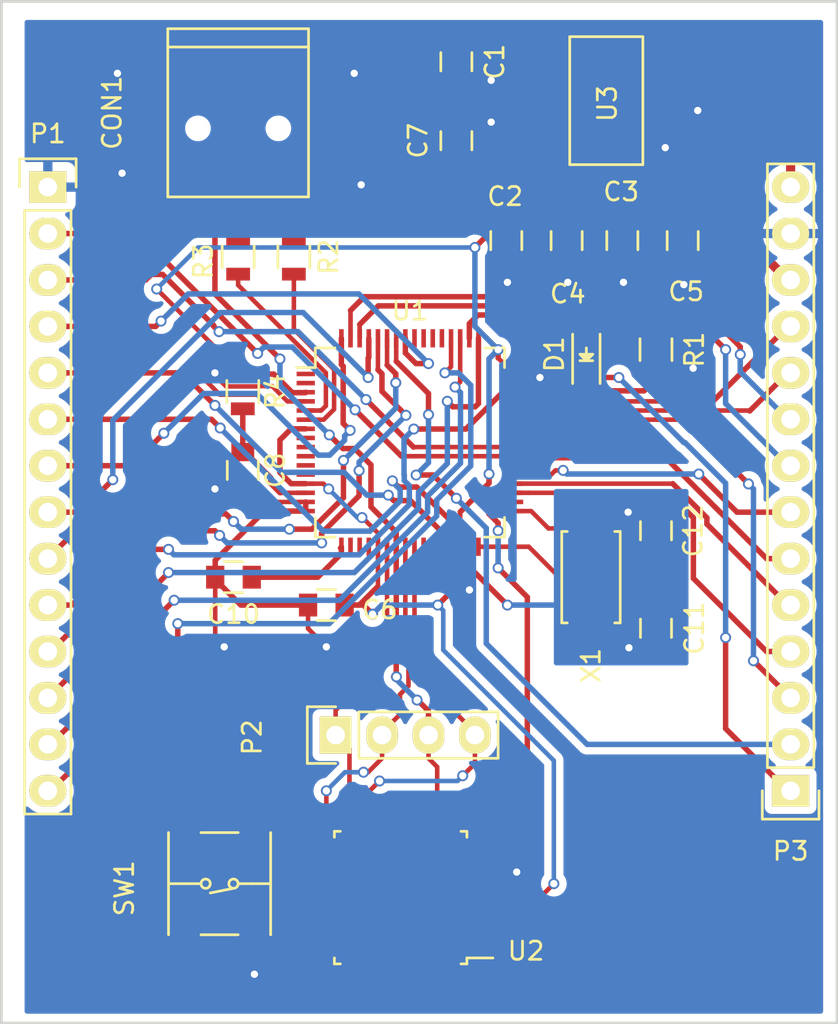
<source format=kicad_pcb>
(kicad_pcb (version 20221018) (generator pcbnew)
  (layers (0 "F.Cu" signal) (31 "B.Cu" signal) (34 "B.Paste" user) (35 "F.Paste" user) (36 "B.SilkS" user "B.Silkscreen") (37 "F.SilkS" user "F.Silkscreen") (38 "B.Mask" user) (39 "F.Mask" user) (44 "Edge.Cuts" user))
  (net 0 "")
  (net 1 "VUSB")
  (net 2 "GND")
  (net 3 "+3.3V")
  (net 4 "VREFH")
  (net 5 "Net-(C10-Pad1)")
  (net 6 "Net-(C11-Pad1)")
  (net 7 "Net-(C12-Pad1)")
  (net 8 "Net-(CON1-Pad2)")
  (net 9 "Net-(CON1-Pad3)")
  (net 10 "/JTAG_TDI")
  (net 11 "Net-(D1-Pad2)")
  (net 12 "/D13")
  (net 13 "/D0")
  (net 14 "/D1")
  (net 15 "/D2")
  (net 16 "/D3")
  (net 17 "/D4")
  (net 18 "/D5")
  (net 19 "/D6")
  (net 20 "/D7")
  (net 21 "/D8")
  (net 22 "/D9")
  (net 23 "/D10")
  (net 24 "/D11")
  (net 25 "/D12")
  (net 26 "/Prog")
  (net 27 "/D14")
  (net 28 "/D15")
  (net 29 "/D16")
  (net 30 "/D17")
  (net 31 "/D18")
  (net 32 "/D19")
  (net 33 "/D20")
  (net 34 "/D21")
  (net 35 "/D22")
  (net 36 "/D23")
  (net 37 "Net-(R2-Pad2)")
  (net 38 "Net-(R3-Pad2)")
  (net 39 "Net-(U1-Pad1)")
  (net 40 "Net-(U1-Pad2)")
  (net 41 "Net-(U1-Pad8)")
  (net 42 "Net-(U1-Pad9)")
  (net 43 "Net-(U1-Pad10)")
  (net 44 "Net-(U1-Pad11)")
  (net 45 "Net-(U1-Pad12)")
  (net 46 "Net-(U1-Pad19)")
  (net 47 "Net-(U1-Pad20)")
  (net 48 "/JTAG_TCLK")
  (net 49 "/JTAG_TDO")
  (net 50 "/JTAG_TMS")
  (net 51 "Net-(U1-Pad26)")
  (net 52 "Net-(U1-Pad27)")
  (net 53 "/Reset")
  (net 54 "Net-(U1-Pad41)")
  (net 55 "Net-(U1-Pad42)")
  (net 56 "Net-(U1-Pad53)")
  (net 57 "Net-(U1-Pad54)")
  (net 58 "Net-(U1-Pad55)")
  (net 59 "Net-(U1-Pad56)")
  (net 60 "Net-(U2-Pad1)")
  (net 61 "Net-(U2-Pad2)")
  (net 62 "Net-(U2-Pad4)")
  (net 63 "Net-(U2-Pad5)")
  (net 64 "Net-(U2-Pad7)")
  (net 65 "Net-(U2-Pad9)")
  (net 66 "Net-(U2-Pad11)")
  (net 67 "Net-(U2-Pad12)")
  (net 68 "Net-(U2-Pad13)")
  (net 69 "Net-(U2-Pad14)")
  (net 70 "Net-(U2-Pad19)")
  (net 71 "Net-(U2-Pad20)")
  (net 72 "Net-(U2-Pad21)")
  (net 73 "Net-(U2-Pad22)")
  (net 74 "Net-(U2-Pad23)")
  (net 75 "Net-(U2-Pad24)")
  (net 76 "Net-(U2-Pad26)")
  (net 77 "Net-(U2-Pad27)")
  (net 78 "Net-(U2-Pad28)")
  (net 79 "Net-(U2-Pad29)")
  (net 80 "Net-(U2-Pad30)")
  (net 81 "Net-(U2-Pad31)")
  (net 82 "Net-(U2-Pad32)")
  (net 83 "Net-(U3-Pad2)")
  (net 84 "Net-(U1-Pad18)")
  (footprint "Capacitors_SMD:C_0805" (layer "F.Cu") (at 136.652 99.822 -90)
    (fp_text reference "C1")
    (fp_text value "2.2uF")
  )
  (footprint "Capacitors_SMD:C_0805" (layer "F.Cu") (at 139.383307 109.606097 -90)
    (fp_text reference "C2")
    (fp_text value "2.2uF")
  )
  (footprint "Capacitors_SMD:C_0805" (layer "F.Cu") (at 145.733307 109.606097 -90)
    (fp_text reference "C3")
    (fp_text value "0.1uF")
  )
  (footprint "Capacitors_SMD:C_0805" (layer "F.Cu") (at 142.685307 109.606097 -90)
    (fp_text reference "C4")
    (fp_text value "0.1uF")
  )
  (footprint "Capacitors_SMD:C_0805" (layer "F.Cu") (at 149.035307 109.606097 -90)
    (fp_text reference "C5")
    (fp_text value "0.1uF")
  )
  (footprint "Capacitors_SMD:C_0805" (layer "F.Cu") (at 129.54 129.54 180)
    (fp_text reference "C6")
    (fp_text value "2.2uF")
  )
  (footprint "Capacitors_SMD:C_0805" (layer "F.Cu") (at 136.652 104.14 90)
    (fp_text reference "C7")
    (fp_text value "2.2uF")
  )
  (footprint "Capacitors_SMD:C_0805" (layer "F.Cu") (at 124.968 122.174 -90)
    (fp_text reference "C8")
    (fp_text value "0.1uF")
  )
  (footprint "Capacitors_SMD:C_0805" (layer "F.Cu") (at 124.46 128.016 180)
    (fp_text reference "C10")
    (fp_text value "0.1uF")
  )
  (footprint "Capacitors_SMD:C_0805" (layer "F.Cu") (at 147.574 130.81 -90)
    (fp_text reference "C11")
    (fp_text value "20pF")
  )
  (footprint "Capacitors_SMD:C_0805" (layer "F.Cu") (at 147.574 125.476 90)
    (fp_text reference "C12")
    (fp_text value "20pF")
  )
  (footprint "Connect:USB_Mini-B" (layer "F.Cu") (at 124.714 102.616 -90)
    (fp_text reference "CON1")
    (fp_text value "USB-MINI-B")
  )
  (footprint "LEDs:LED_0805" (layer "F.Cu") (at 143.764 115.824 90)
    (fp_text reference "D1")
    (fp_text value "LED")
  )
  (footprint "Pin_Headers:Pin_Header_Straight_1x14" (layer "F.Cu") (at 114.3 106.68)
    (fp_text reference "P1")
    (fp_text value "CONN_14")
  )
  (footprint "Pin_Headers:Pin_Header_Straight_1x04" (layer "F.Cu") (at 130.048 136.652 90)
    (fp_text reference "P2")
    (fp_text value "CONN_4")
  )
  (footprint "Pin_Headers:Pin_Header_Straight_1x14" (layer "F.Cu") (at 154.94 139.7 180)
    (fp_text reference "P3")
    (fp_text value "CONN_14")
  )
  (footprint "Resistors_SMD:R_0805" (layer "F.Cu") (at 147.574 115.57 -90)
    (fp_text reference "R1")
    (fp_text value "470")
  )
  (footprint "Resistors_SMD:R_0805" (layer "F.Cu") (at 127.762 110.49 -90)
    (fp_text reference "R2")
    (fp_text value "33")
  )
  (footprint "Resistors_SMD:R_0805" (layer "F.Cu") (at 124.714 110.49 -90)
    (fp_text reference "R3")
    (fp_text value "33")
  )
  (footprint "Resistors_SMD:R_0805" (layer "F.Cu") (at 124.968 117.856 -90)
    (fp_text reference "R4")
    (fp_text value "470")
  )
  (footprint "USST-footprints:Sparkfun_SMT_push_button" (layer "F.Cu") (at 123.698 144.78 -90)
    (fp_text reference "SW1")
    (fp_text value "SW_PUSH")
  )
  (footprint "Housings_QFP:LQFP-64_10x10mm_Pitch0.5mm" (layer "F.Cu") (at 134.112 120.65)
    (fp_text reference "U1")
    (fp_text value "mk20dx256vlh7")
  )
  (footprint "Housings_QFP:TQFP-32_7x7mm_Pitch0.8mm" (layer "F.Cu") (at 133.604 145.542 180)
    (fp_text reference "U2")
    (fp_text value "MKL04Z32_TQFP32")
  )
  (footprint "USST-footprints:SOT-223_5-pin" (layer "F.Cu") (at 141.605675 101.951077 -90)
    (fp_text reference "U3")
    (fp_text value "LP38693")
  )
  (footprint "USST-footprints:ABM3_SMD_crystal" (layer "F.Cu") (at 144.018 128.016 90)
    (fp_text reference "X1")
    (fp_text value "CRYSTAL")
  )
  (gr_line (start 111.76 96.52) (end 111.76 152.4) (stroke (width 0.15)) (layer "Edge.Cuts"))
  (gr_line (start 157.48 96.52) (end 111.76 96.52) (stroke (width 0.15)) (layer "Edge.Cuts"))
  (gr_line (start 157.48 152.4) (end 157.48 96.52) (stroke (width 0.15)) (layer "Edge.Cuts"))
  (gr_line (start 111.76 152.4) (end 157.48 152.4) (stroke (width 0.15)) (layer "Edge.Cuts"))
  (segment (start 126.3142 106.06532) (end 126.3142 106.555074) (width 0.5) (layer "F.Cu") (net 1))
  (segment (start 135.527 105.14) (end 136.652 105.14) (width 0.5) (layer "F.Cu") (net 1))
  (segment (start 136.652 105.14) (end 140.666752 105.14) (width 0.5) (layer "F.Cu") (net 1))
  (segment (start 154.94 105.3164) (end 154.94 106.68) (width 0.5) (layer "F.Cu") (net 1))
  (segment (start 141.605675 99.701077) (end 149.324677 99.701077) (width 0.5) (layer "F.Cu") (net 1))
  (segment (start 126.3142 105.8418) (end 129.989159 102.166841) (width 0.5) (layer "F.Cu") (net 1))
  (segment (start 126.3142 106.06532) (end 126.3142 105.936968) (width 0.3) (layer "F.Cu") (net 1))
  (segment (start 132.649317 108.017683) (end 135.527 105.14) (width 0.5) (layer "F.Cu") (net 1))
  (segment (start 136.652 98.822) (end 140.726598 98.822) (width 0.5) (layer "F.Cu") (net 1))
  (segment (start 140.666752 105.14) (end 141.605675 104.201077) (width 0.5) (layer "F.Cu") (net 1))
  (segment (start 126.3142 106.555074) (end 127.776809 108.017683) (width 0.5) (layer "F.Cu") (net 1))
  (segment (start 126.3142 106.06532) (end 126.3142 106.525511) (width 0.3) (layer "F.Cu") (net 1))
  (segment (start 127.776809 108.017683) (end 132.649317 108.017683) (width 0.5) (layer "F.Cu") (net 1))
  (segment (start 126.3142 106.06532) (end 126.3142 105.8418) (width 0.5) (layer "F.Cu") (net 1))
  (segment (start 140.726598 98.822) (end 141.605675 99.701077) (width 0.5) (layer "F.Cu") (net 1))
  (segment (start 149.324677 99.701077) (end 154.94 105.3164) (width 0.5) (layer "F.Cu") (net 1))
  (segment (start 129.989159 102.166841) (end 133.182159 102.166841) (width 0.5) (layer "F.Cu") (net 1))
  (segment (start 133.182159 102.166841) (end 136.527 98.822) (width 0.5) (layer "F.Cu") (net 1))
  (segment (start 136.527 98.822) (end 136.652 98.822) (width 0.5) (layer "F.Cu") (net 1))
  (segment (start 129.16408 105.96626) (end 130.85826 105.96626) (width 0.25) (layer "F.Cu") (net 2))
  (segment (start 145.733307 111.824307) (end 145.796 111.887) (width 0.25) (layer "F.Cu") (net 2))
  (segment (start 124.968 123.174) (end 123.46 123.174) (width 0.25) (layer "F.Cu") (net 2))
  (segment (start 123.46 131.334) (end 123.952 131.826) (width 0.25) (layer "F.Cu") (net 2))
  (segment (start 129.16408 105.96626) (end 130.66357 105.96626) (width 0.5) (layer "F.Cu") (net 2))
  (segment (start 139.383307 111.824307) (end 139.446 111.887) (width 0.25) (layer "F.Cu") (net 2))
  (segment (start 146.160912 131.81) (end 146.094693 131.876219) (width 0.3) (layer "F.Cu") (net 2))
  (segment (start 123.444 116.967002) (end 123.444 116.84) (width 0.25) (layer "F.Cu") (net 2))
  (segment (start 124.968 123.174) (end 125.893 123.174) (width 0.3) (layer "F.Cu") (net 2))
  (segment (start 140.918 117.4) (end 141.224 117.094) (width 0.25) (layer "F.Cu") (net 2))
  (segment (start 126.619 123.9) (end 128.412 123.9) (width 0.25) (layer "F.Cu") (net 2))
  (segment (start 146.066 124.476) (end 146.05 124.46) (width 0.3) (layer "F.Cu") (net 2))
  (segment (start 128.54 129.54) (end 124.859 129.54) (width 0.3) (layer "F.Cu") (net 2))
  (segment (start 120.26392 100.46716) (end 121.51341 100.46716) (width 0.25) (layer "F.Cu") (net 2))
  (segment (start 142.685307 110.606097) (end 142.685307 111.824307) (width 0.25) (layer "F.Cu") (net 2))
  (segment (start 139.757 144.342) (end 139.954 144.145) (width 0.25) (layer "F.Cu") (net 2))
  (segment (start 128.412 124.4) (end 128.412 123.9) (width 0.3) (layer "F.Cu") (net 2))
  (segment (start 137.854 144.342) (end 139.757 144.342) (width 0.25) (layer "F.Cu") (net 2))
  (segment (start 147.574 116.52) (end 149.54 116.52) (width 0.25) (layer "F.Cu") (net 2))
  (segment (start 125.548 147.88) (end 125.548 149.678) (width 0.25) (layer "F.Cu") (net 2))
  (segment (start 130.66357 105.96626) (end 133.48983 103.14) (width 0.5) (layer "F.Cu") (net 2))
  (segment (start 131.05384 100.46716) (end 131.064 100.457) (width 0.25) (layer "F.Cu") (net 2))
  (segment (start 120.26392 105.96626) (end 118.41226 105.96626) (width 0.25) (layer "F.Cu") (net 2))
  (segment (start 140.44542 117.4) (end 139.812 117.4) (width 0.25) (layer "F.Cu") (net 2))
  (segment (start 135.527 103.14) (end 136.652 103.14) (width 0.5) (layer "F.Cu") (net 2))
  (segment (start 123.1138 106.06532) (end 120.36298 106.06532) (width 0.25) (layer "F.Cu") (net 2))
  (segment (start 125.548 149.678) (end 125.603 149.733) (width 0.25) (layer "F.Cu") (net 2))
  (segment (start 125.893 123.174) (end 126.619 123.9) (width 0.3) (layer "F.Cu") (net 2))
  (segment (start 118.12016 100.46716) (end 118.11 100.457) (width 0.25) (layer "F.Cu") (net 2))
  (segment (start 149.54 116.52) (end 149.606 116.586) (width 0.25) (layer "F.Cu") (net 2))
  (segment (start 137.362 127.456) (end 139.446 129.54) (width 0.3) (layer "F.Cu") (net 2))
  (segment (start 140.612 117.4) (end 140.44542 117.4) (width 0.25) (layer "F.Cu") (net 2))
  (segment (start 124.057999 117.581001) (end 123.444 116.967002) (width 0.25) (layer "F.Cu") (net 2))
  (segment (start 149.035307 110.606097) (end 149.035307 111.951307) (width 0.25) (layer "F.Cu") (net 2))
  (segment (start 145.733307 110.606097) (end 149.035307 110.606097) (width 0.3) (layer "F.Cu") (net 2))
  (segment (start 139.383307 110.606097) (end 139.383307 111.824307) (width 0.25) (layer "F.Cu") (net 2))
  (segment (start 120.26392 100.46716) (end 118.12016 100.46716) (width 0.25) (layer "F.Cu") (net 2))
  (segment (start 144.808307 110.606097) (end 142.685307 110.606097) (width 0.3) (layer "F.Cu") (net 2))
  (segment (start 118.41226 105.96626) (end 118.364 105.918) (width 0.25) (layer "F.Cu") (net 2))
  (segment (start 139.812 117.4) (end 140.918 117.4) (width 0.25) (layer "F.Cu") (net 2))
  (segment (start 133.48983 103.14) (end 135.527 103.14) (width 0.5) (layer "F.Cu") (net 2))
  (segment (start 123.46 127.091) (end 126.151 124.4) (width 0.3) (layer "F.Cu") (net 2))
  (segment (start 123.46 128.016) (end 123.46 131.334) (width 0.25) (layer "F.Cu") (net 2))
  (segment (start 147.905675 104.344675) (end 148.082 104.521) (width 0.25) (layer "F.Cu") (net 2))
  (segment (start 127.412039 118.4) (end 126.576548 117.564509) (width 0.25) (layer "F.Cu") (net 2))
  (segment (start 141.034461 117.822461) (end 140.612 117.4) (width 0.3) (layer "F.Cu") (net 2))
  (segment (start 149.322077 101.951077) (end 149.86 102.489) (width 0.25) (layer "F.Cu") (net 2))
  (segment (start 120.26392 105.96626) (end 120.26392 104.46658) (width 0.25) (layer "F.Cu") (net 2))
  (segment (start 136.527 100.822) (end 136.652 100.822) (width 0.5) (layer "F.Cu") (net 2))
  (segment (start 145.733307 110.606097) (end 145.733307 111.824307) (width 0.25) (layer "F.Cu") (net 2))
  (segment (start 147.574 116.52) (end 147.574 117.17) (width 0.3) (layer "F.Cu") (net 2))
  (segment (start 138.541 100.822) (end 138.557 100.838) (width 0.25) (layer "F.Cu") (net 2))
  (segment (start 137.362 128.7078) (end 137.368036 128.713836) (width 0.25) (layer "F.Cu") (net 2))
  (segment (start 127.612 124.4) (end 128.412 124.4) (width 0.3) (layer "F.Cu") (net 2))
  (segment (start 123.46 123.174) (end 123.444 123.19) (width 0.25) (layer "F.Cu") (net 2))
  (segment (start 136.652 103.14) (end 138.541 103.14) (width 0.25) (layer "F.Cu") (net 2))
  (segment (start 147.574 124.476) (end 146.066 124.476) (width 0.3) (layer "F.Cu") (net 2))
  (segment (start 137.362 126.35) (end 137.362 127.456) (width 0.25) (layer "F.Cu") (net 2))
  (segment (start 128.54 130.826) (end 129.54 131.826) (width 0.25) (layer "F.Cu") (net 2))
  (segment (start 128.412 118.4) (end 127.412039 118.4) (width 0.25) (layer "F.Cu") (net 2))
  (segment (start 121.51341 100.46716) (end 129.16408 100.46716) (width 0.25) (layer "F.Cu") (net 2))
  (segment (start 126.576548 117.564509) (end 125.894493 117.564509) (width 0.25) (layer "F.Cu") (net 2))
  (segment (start 129.16408 100.46716) (end 131.05384 100.46716) (width 0.25) (layer "F.Cu") (net 2))
  (segment (start 120.36298 106.06532) (end 120.26392 105.96626) (width 0.25) (layer "F.Cu") (net 2))
  (segment (start 120.26392 104.46658) (end 120.26392 100.46716) (width 0.25) (layer "F.Cu") (net 2))
  (segment (start 147.905675 101.951077) (end 149.322077 101.951077) (width 0.25) (layer "F.Cu") (net 2))
  (segment (start 133.48983 103.14) (end 134.209 103.14) (width 0.5) (layer "F.Cu") (net 2))
  (segment (start 137.362 126.35) (end 137.362 128.7078) (width 0.25) (layer "F.Cu") (net 2))
  (segment (start 147.574 117.17) (end 146.921539 117.822461) (width 0.3) (layer "F.Cu") (net 2))
  (segment (start 138.541 103.14) (end 138.557 103.124) (width 0.25) (layer "F.Cu") (net 2))
  (segment (start 125.894493 117.564509) (end 125.878001 117.581001) (width 0.25) (layer "F.Cu") (net 2))
  (segment (start 147.905675 101.951077) (end 147.905675 104.344675) (width 0.25) (layer "F.Cu") (net 2))
  (segment (start 126.151 124.4) (end 127.612 124.4) (width 0.3) (layer "F.Cu") (net 2))
  (segment (start 146.921539 117.822461) (end 141.034461 117.822461) (width 0.3) (layer "F.Cu") (net 2))
  (segment (start 147.574 131.81) (end 146.160912 131.81) (width 0.3) (layer "F.Cu") (net 2))
  (segment (start 134.209 103.14) (end 136.527 100.822) (width 0.5) (layer "F.Cu") (net 2))
  (segment (start 149.035307 111.951307) (end 149.098 112.014) (width 0.25) (layer "F.Cu") (net 2))
  (segment (start 139.383307 110.606097) (end 142.685307 110.606097) (width 0.3) (layer "F.Cu") (net 2))
  (segment (start 128.54 129.54) (end 128.54 130.826) (width 0.25) (layer "F.Cu") (net 2))
  (segment (start 142.685307 111.824307) (end 142.748 111.887) (width 0.25) (layer "F.Cu") (net 2))
  (segment (start 130.85826 105.96626) (end 131.445 106.553) (width 0.25) (layer "F.Cu") (net 2))
  (segment (start 125.878001 117.581001) (end 124.057999 117.581001) (width 0.25) (layer "F.Cu") (net 2))
  (segment (start 136.652 100.822) (end 138.541 100.822) (width 0.25) (layer "F.Cu") (net 2))
  (segment (start 123.46 128.141) (end 123.46 128.016) (width 0.3) (layer "F.Cu") (net 2))
  (segment (start 145.733307 110.606097) (end 144.808307 110.606097) (width 0.3) (layer "F.Cu") (net 2))
  (segment (start 123.46 128.016) (end 123.46 127.091) (width 0.3) (layer "F.Cu") (net 2))
  (segment (start 124.859 129.54) (end 123.46 128.141) (width 0.3) (layer "F.Cu") (net 2))
  (via (at 138.557 103.124) (size 0.6) (drill 0.4) (layers "F.Cu" "B.Cu") (net 2))
  (via (at 118.364 105.918) (size 0.6) (drill 0.4) (layers "F.Cu" "B.Cu") (net 2))
  (via (at 139.446 129.54) (size 0.6) (drill 0.4) (layers "F.Cu" "B.Cu") (net 2))
  (via (at 123.444 123.19) (size 0.6) (drill 0.4) (layers "F.Cu" "B.Cu") (net 2))
  (via (at 145.796 111.887) (size 0.6) (drill 0.4) (layers "F.Cu" "B.Cu") (net 2))
  (via (at 149.098 112.014) (size 0.6) (drill 0.4) (layers "F.Cu" "B.Cu") (net 2))
  (via (at 138.557 100.838) (size 0.6) (drill 0.4) (layers "F.Cu" "B.Cu") (net 2))
  (via (at 146.094693 131.876219) (size 0.6) (drill 0.4) (layers "F.Cu" "B.Cu") (net 2))
  (via (at 149.86 102.489) (size 0.6) (drill 0.4) (layers "F.Cu" "B.Cu") (net 2))
  (via (at 139.954 144.145) (size 0.6) (drill 0.4) (layers "F.Cu" "B.Cu") (net 2))
  (via (at 141.224 117.094) (size 0.6) (drill 0.4) (layers "F.Cu" "B.Cu") (net 2))
  (via (at 148.082 104.521) (size 0.6) (drill 0.4) (layers "F.Cu" "B.Cu") (net 2))
  (via (at 123.952 131.826) (size 0.6) (drill 0.4) (layers "F.Cu" "B.Cu") (net 2))
  (via (at 137.368036 128.713836) (size 0.6) (drill 0.4) (layers "F.Cu" "B.Cu") (net 2))
  (via (at 123.444 116.84) (size 0.6) (drill 0.4) (layers "F.Cu" "B.Cu") (net 2))
  (via (at 131.064 100.457) (size 0.6) (drill 0.4) (layers "F.Cu" "B.Cu") (net 2))
  (via (at 131.445 106.553) (size 0.6) (drill 0.4) (layers "F.Cu" "B.Cu") (net 2))
  (via (at 118.11 100.457) (size 0.6) (drill 0.4) (layers "F.Cu" "B.Cu") (net 2))
  (via (at 149.606 116.586) (size 0.6) (drill 0.4) (layers "F.Cu" "B.Cu") (net 2))
  (via (at 139.446 111.887) (size 0.6) (drill 0.4) (layers "F.Cu" "B.Cu") (net 2))
  (via (at 142.748 111.887) (size 0.6) (drill 0.4) (layers "F.Cu" "B.Cu") (net 2))
  (via (at 125.603 149.733) (size 0.6) (drill 0.4) (layers "F.Cu" "B.Cu") (net 2))
  (via (at 129.54 131.826) (size 0.6) (drill 0.4) (layers "F.Cu" "B.Cu") (net 2))
  (via (at 146.05 124.46) (size 0.6) (drill 0.4) (layers "F.Cu" "B.Cu") (net 2))
  (segment (start 139.446 129.54) (end 142.24 129.54) (width 0.3) (layer "B.Cu") (net 2))
  (segment (start 139.383307 108.606097) (end 142.685307 108.606097) (width 0.5) (layer "F.Cu") (net 3))
  (segment (start 128.387001 117.924999) (end 128.412 117.9) (width 0.3) (layer "F.Cu") (net 3))
  (segment (start 153.424 110.3964) (end 154.7876 111.76) (width 0.5) (layer "F.Cu") (net 3))
  (segment (start 132.362 128.518) (end 132.362 126.35) (width 0.25) (layer "F.Cu") (net 3))
  (segment (start 131.768326 129.737875) (end 132.068325 130.037874) (width 0.3) (layer "F.Cu") (net 3))
  (segment (start 136.862 124.450002) (end 138.439694 122.872308) (width 0.3) (layer "F.Cu") (net 3))
  (segment (start 123.710007 118.031009) (end 122.818999 117.140001) (width 0.25) (layer "F.Cu") (net 3))
  (segment (start 124.668 116.906) (end 124.668 116.662585) (width 0.25) (layer "F.Cu") (net 3))
  (segment (start 122.818999 117.140001) (end 122.818999 116.539999) (width 0.25) (layer "F.Cu") (net 3))
  (segment (start 136.862 128.314) (end 136.862 126.35) (width 0.25) (layer "F.Cu") (net 3))
  (segment (start 136.862 124.450002) (end 136.862 126.35) (width 0.25) (layer "F.Cu") (net 3))
  (segment (start 129.377 122.9) (end 129.667 123.19) (width 0.25) (layer "F.Cu") (net 3))
  (segment (start 127 122.288) (end 127.612 122.9) (width 0.3) (layer "F.Cu") (net 3))
  (segment (start 131.518951 124.756951) (end 131.489 124.756951) (width 0.25) (layer "F.Cu") (net 3))
  (segment (start 123.976999 116.214999) (end 124.668 116.906) (width 0.25) (layer "F.Cu") (net 3))
  (segment (start 139.383307 108.606097) (end 139.043903 108.606097) (width 0.3) (layer "F.Cu") (net 3))
  (segment (start 128.412 122.9) (end 129.377 122.9) (width 0.25) (layer "F.Cu") (net 3))
  (segment (start 145.733307 106.268707) (end 142.165677 102.701077) (width 0.5) (layer "F.Cu") (net 3))
  (segment (start 131.34 129.54) (end 132.362 128.518) (width 0.3) (layer "F.Cu") (net 3))
  (segment (start 123.143999 116.214999) (end 123.976999 116.214999) (width 0.25) (layer "F.Cu") (net 3))
  (segment (start 145.733307 108.606097) (end 149.035307 108.606097) (width 0.5) (layer "F.Cu") (net 3))
  (segment (start 153.424 110.244) (end 153.424 110.3964) (width 0.5) (layer "F.Cu") (net 3))
  (segment (start 127 120.512) (end 127 122.288) (width 0.3) (layer "F.Cu") (net 3))
  (segment (start 124.668 116.662585) (end 120.557798 112.552383) (width 0.25) (layer "F.Cu") (net 3))
  (segment (start 127.612 119.9) (end 127 120.512) (width 0.3) (layer "F.Cu") (net 3))
  (segment (start 136.837001 128.338999) (end 136.862 128.314) (width 0.25) (layer "F.Cu") (net 3))
  (segment (start 139.587447 146.058553) (end 138.904 146.742) (width 0.25) (layer "F.Cu") (net 3))
  (segment (start 151.786097 108.606097) (end 153.424 110.244) (width 0.5) (layer "F.Cu") (net 3))
  (segment (start 138.904 146.742) (end 137.854 146.742) (width 0.25) (layer "F.Cu") (net 3))
  (segment (start 138.938 116.026) (end 139.812 116.9) (width 0.25) (layer "F.Cu") (net 3))
  (segment (start 130.54 129.54) (end 131.570451 129.54) (width 0.3) (layer "F.Cu") (net 3))
  (segment (start 154.7876 111.76) (end 154.94 111.76) (width 0.5) (layer "F.Cu") (net 3))
  (segment (start 125.793011 118.031011) (end 123.710007 118.031009) (width 0.25) (layer "F.Cu") (net 3))
  (segment (start 124.968 116.906) (end 126.662998 116.906) (width 0.3) (layer "F.Cu") (net 3))
  (segment (start 132.362 125.6) (end 131.518951 124.756951) (width 0.25) (layer "F.Cu") (net 3))
  (segment (start 128.412 119.9) (end 127.662 119.9) (width 0.25) (layer "F.Cu") (net 3))
  (segment (start 120.557798 112.552383) (end 120.257799 112.252384) (width 0.25) (layer "F.Cu") (net 3))
  (segment (start 127.612 122.9) (end 128.412 122.9) (width 0.3) (layer "F.Cu") (net 3))
  (segment (start 132.362 126.35) (end 132.362 125.6) (width 0.25) (layer "F.Cu") (net 3))
  (segment (start 145.733307 108.606097) (end 145.733307 106.268707) (width 0.5) (layer "F.Cu") (net 3))
  (segment (start 149.035307 108.606097) (end 151.786097 108.606097) (width 0.5) (layer "F.Cu") (net 3))
  (segment (start 135.636 129.54) (end 136.837001 128.338999) (width 0.3) (layer "F.Cu") (net 3))
  (segment (start 138.439694 122.794182) (end 138.439694 122.369918) (width 0.3) (layer "F.Cu") (net 3))
  (segment (start 130.54 129.54) (end 131.34 129.54) (width 0.3) (layer "F.Cu") (net 3))
  (segment (start 139.043903 108.606097) (end 137.668 109.982) (width 0.3) (layer "F.Cu") (net 3))
  (segment (start 140.707447 146.058553) (end 139.587447 146.058553) (width 0.25) (layer "F.Cu") (net 3))
  (segment (start 138.439694 122.872308) (end 138.439694 122.794182) (width 0.3) (layer "F.Cu") (net 3))
  (segment (start 124.668 116.906) (end 124.968 116.906) (width 0.25) (layer "F.Cu") (net 3))
  (segment (start 145.733307 108.606097) (end 142.685307 108.606097) (width 0.5) (layer "F.Cu") (net 3))
  (segment (start 142.165677 102.701077) (end 141.605675 102.701077) (width 0.5) (layer "F.Cu") (net 3))
  (segment (start 126.662998 116.906) (end 127.681997 117.924999) (width 0.3) (layer "F.Cu") (net 3))
  (segment (start 141.986 144.78) (end 140.707447 146.058553) (width 0.25) (layer "F.Cu") (net 3))
  (segment (start 128.412 119.9) (end 127.612 119.9) (width 0.3) (layer "F.Cu") (net 3))
  (segment (start 122.818999 116.539999) (end 123.143999 116.214999) (width 0.25) (layer "F.Cu") (net 3))
  (segment (start 131.570451 129.54) (end 131.768326 129.737875) (width 0.3) (layer "F.Cu") (net 3))
  (segment (start 127.681997 117.924999) (end 128.387001 117.924999) (width 0.3) (layer "F.Cu") (net 3))
  (segment (start 127.662 119.9) (end 125.793011 118.031011) (width 0.25) (layer "F.Cu") (net 3))
  (segment (start 138.938 115.57) (end 138.938 116.026) (width 0.3) (layer "F.Cu") (net 3))
  (via (at 138.938 115.57) (size 0.6) (drill 0.4) (layers "F.Cu" "B.Cu") (net 3))
  (via (at 132.068325 130.037874) (size 0.6) (drill 0.4) (layers "F.Cu" "B.Cu") (net 3))
  (via (at 138.439694 122.369918) (size 0.6) (drill 0.4) (layers "F.Cu" "B.Cu") (net 3))
  (via (at 141.986 144.78) (size 0.6) (drill 0.4) (layers "F.Cu" "B.Cu") (net 3))
  (via (at 135.636 129.54) (size 0.6) (drill 0.4) (layers "F.Cu" "B.Cu") (net 3))
  (via (at 120.257799 112.252384) (size 0.6) (drill 0.4) (layers "F.Cu" "B.Cu") (net 3))
  (via (at 137.668 109.982) (size 0.6) (drill 0.4) (layers "F.Cu" "B.Cu") (net 3))
  (via (at 129.667 123.19) (size 0.6) (drill 0.4) (layers "F.Cu" "B.Cu") (net 3))
  (via (at 131.489 124.756951) (size 0.6) (drill 0.4) (layers "F.Cu" "B.Cu") (net 3))
  (segment (start 137.668 109.982) (end 137.668 114.3) (width 0.3) (layer "B.Cu") (net 3))
  (segment (start 132.566199 129.54) (end 132.068325 130.037874) (width 0.3) (layer "B.Cu") (net 3))
  (segment (start 129.667 123.19) (end 131.233951 124.756951) (width 0.25) (layer "B.Cu") (net 3))
  (segment (start 135.636 129.54) (end 132.566199 129.54) (width 0.3) (layer "B.Cu") (net 3))
  (segment (start 141.986 138.049) (end 141.986 144.78) (width 0.25) (layer "B.Cu") (net 3))
  (segment (start 137.668 109.982) (end 122.528183 109.982) (width 0.25) (layer "B.Cu") (net 3))
  (segment (start 137.668 114.3) (end 138.938 115.57) (width 0.3) (layer "B.Cu") (net 3))
  (segment (start 135.935999 129.839999) (end 135.935999 131.998999) (width 0.25) (layer "B.Cu") (net 3))
  (segment (start 135.636 129.54) (end 135.935999 129.839999) (width 0.25) (layer "B.Cu") (net 3))
  (segment (start 138.439694 121.945654) (end 138.439694 122.369918) (width 0.3) (layer "B.Cu") (net 3))
  (segment (start 135.935999 131.998999) (end 141.986 138.049) (width 0.25) (layer "B.Cu") (net 3))
  (segment (start 131.233951 124.756951) (end 131.489 124.756951) (width 0.25) (layer "B.Cu") (net 3))
  (segment (start 138.938 115.57) (end 138.439694 116.068306) (width 0.3) (layer "B.Cu") (net 3))
  (segment (start 138.439694 116.068306) (end 138.439694 121.945654) (width 0.3) (layer "B.Cu") (net 3))
  (segment (start 122.528183 109.982) (end 120.257799 112.252384) (width 0.25) (layer "B.Cu") (net 3))
  (segment (start 126.499989 122.889111) (end 127.010878 123.4) (width 0.3) (layer "F.Cu") (net 4))
  (segment (start 124.968 121.174) (end 125.093 121.174) (width 0.3) (layer "F.Cu") (net 4))
  (segment (start 124.968 121.174) (end 124.968 118.806) (width 0.3) (layer "F.Cu") (net 4))
  (segment (start 127.010878 123.4) (end 127.16936 123.4) (width 0.25) (layer "F.Cu") (net 4))
  (segment (start 127.16936 123.4) (end 128.412 123.4) (width 0.25) (layer "F.Cu") (net 4))
  (segment (start 126.499989 122.580989) (end 126.499989 122.889111) (width 0.3) (layer "F.Cu") (net 4))
  (segment (start 125.093 121.174) (end 126.499989 122.580989) (width 0.3) (layer "F.Cu") (net 4))
  (segment (start 130.286 126.426) (end 130.362 126.35) (width 0.25) (layer "F.Cu") (net 5))
  (segment (start 130.362 126.725) (end 130.362 126.35) (width 0.3) (layer "F.Cu") (net 5))
  (segment (start 125.46 128.016) (end 129.071 128.016) (width 0.3) (layer "F.Cu") (net 5))
  (segment (start 129.071 128.016) (end 130.362 126.725) (width 0.3) (layer "F.Cu") (net 5))
  (segment (start 144.018 129.752625) (end 144.018 130.316) (width 0.25) (layer "F.Cu") (net 6))
  (segment (start 147.068 130.316) (end 147.574 129.81) (width 0.25) (layer "F.Cu") (net 6))
  (segment (start 144.018 130.316) (end 147.068 130.316) (width 0.25) (layer "F.Cu") (net 6))
  (segment (start 137.862 126.35) (end 140.615375 126.35) (width 0.25) (layer "F.Cu") (net 6))
  (segment (start 140.615375 126.35) (end 144.018 129.752625) (width 0.25) (layer "F.Cu") (net 6))
  (segment (start 141.690264 125.348032) (end 143.650032 125.348032) (width 0.25) (layer "F.Cu") (net 7))
  (segment (start 143.650032 125.348032) (end 144.018 125.716) (width 0.25) (layer "F.Cu") (net 7))
  (segment (start 140.742232 124.4) (end 141.690264 125.348032) (width 0.25) (layer "F.Cu") (net 7))
  (segment (start 139.812 124.4) (end 140.742232 124.4) (width 0.25) (layer "F.Cu") (net 7))
  (segment (start 144.778 126.476) (end 144.018 125.716) (width 0.25) (layer "F.Cu") (net 7))
  (segment (start 147.574 126.476) (end 144.778 126.476) (width 0.25) (layer "F.Cu") (net 7))
  (segment (start 125.5141 107.46594) (end 127.58816 109.54) (width 0.25) (layer "F.Cu") (net 8))
  (segment (start 127.58816 109.54) (end 127.762 109.54) (width 0.25) (layer "F.Cu") (net 8))
  (segment (start 125.5141 106.06532) (end 125.5141 107.46594) (width 0.25) (layer "F.Cu") (net 8))
  (segment (start 124.714 106.06532) (end 124.714 109.54) (width 0.25) (layer "F.Cu") (net 9))
  (segment (start 134.527658 134.735658) (end 134.502101 134.735658) (width 0.3) (layer "F.Cu") (net 10))
  (segment (start 133.362 133.452636) (end 133.374976 133.465612) (width 0.3) (layer "F.Cu") (net 10))
  (segment (start 123.9139 106.06532) (end 123.9139 108.710098) (width 0.3) (layer "F.Cu") (net 10))
  (segment (start 135.128 135.336) (end 134.527658 134.735658) (width 0.3) (layer "F.Cu") (net 10))
  (segment (start 131.980639 124.168639) (end 131.980639 121.871926) (width 0.3) (layer "F.Cu") (net 10))
  (segment (start 130.001659 120.534567) (end 129.70166 120.234568) (width 0.3) (layer "F.Cu") (net 10))
  (segment (start 135.128 136.652) (end 135.128 135.336) (width 0.3) (layer "F.Cu") (net 10))
  (segment (start 123.444 112.522) (end 127 116.078) (width 0.3) (layer "F.Cu") (net 10))
  (segment (start 133.362 126.35) (end 133.362 125.55) (width 0.3) (layer "F.Cu") (net 10))
  (segment (start 133.362 125.55) (end 131.980639 124.168639) (width 0.3) (layer "F.Cu") (net 10))
  (segment (start 135.604 138.394) (end 135.604 140.242) (width 0.25) (layer "F.Cu") (net 10))
  (segment (start 130.447123 120.980031) (end 130.001659 120.534567) (width 0.3) (layer "F.Cu") (net 10))
  (segment (start 135.128 137.918) (end 135.604 138.394) (width 0.25) (layer "F.Cu") (net 10))
  (segment (start 133.362 126.35) (end 133.362 133.452636) (width 0.3) (layer "F.Cu") (net 10))
  (segment (start 131.088744 120.980031) (end 130.447123 120.980031) (width 0.3) (layer "F.Cu") (net 10))
  (segment (start 135.604 140.242) (end 135.604 141.292) (width 0.25) (layer "F.Cu") (net 10))
  (segment (start 123.9139 108.710098) (end 123.444 109.179998) (width 0.3) (layer "F.Cu") (net 10))
  (segment (start 123.444 109.179998) (end 123.444 112.522) (width 0.3) (layer "F.Cu") (net 10))
  (segment (start 135.128 136.652) (end 135.128 137.918) (width 0.25) (layer "F.Cu") (net 10))
  (segment (start 131.980639 121.871926) (end 131.088744 120.980031) (width 0.3) (layer "F.Cu") (net 10))
  (via (at 134.502101 134.735658) (size 0.6) (drill 0.4) (layers "F.Cu" "B.Cu") (net 10))
  (via (at 133.374976 133.465612) (size 0.6) (drill 0.4) (layers "F.Cu" "B.Cu") (net 10))
  (via (at 129.70166 120.234568) (size 0.6) (drill 0.4) (layers "F.Cu" "B.Cu") (net 10))
  (via (at 127 116.078) (size 0.6) (drill 0.4) (layers "F.Cu" "B.Cu") (net 10))
  (segment (start 127 116.078) (end 127 117.532908) (width 0.3) (layer "B.Cu") (net 10))
  (segment (start 134.502101 134.735658) (end 133.374976 133.608533) (width 0.3) (layer "B.Cu") (net 10))
  (segment (start 127 117.532908) (end 129.70166 120.234568) (width 0.3) (layer "B.Cu") (net 10))
  (segment (start 133.374976 133.608533) (end 133.374976 133.465612) (width 0.3) (layer "B.Cu") (net 10))
  (segment (start 143.764 114.77498) (end 147.41902 114.77498) (width 0.3) (layer "F.Cu") (net 11))
  (segment (start 147.41902 114.77498) (end 147.574 114.62) (width 0.3) (layer "F.Cu") (net 11))
  (segment (start 142.86456 116.87302) (end 143.764 116.87302) (width 0.3) (layer "F.Cu") (net 12))
  (segment (start 137.362 114.95) (end 137.362 114.15) (width 0.3) (layer "F.Cu") (net 12))
  (segment (start 139.667301 113.675761) (end 142.86456 116.87302) (width 0.3) (layer "F.Cu") (net 12))
  (segment (start 137.836239 113.675761) (end 139.667301 113.675761) (width 0.3) (layer "F.Cu") (net 12))
  (segment (start 137.362 114.15) (end 137.836239 113.675761) (width 0.3) (layer "F.Cu") (net 12))
  (segment (start 154.94 139.7) (end 154.7876 139.7) (width 0.3) (layer "F.Cu") (net 12))
  (segment (start 143.98498 117.094) (end 143.764 116.87302) (width 0.3) (layer "F.Cu") (net 12))
  (segment (start 145.542 117.094) (end 143.98498 117.094) (width 0.3) (layer "F.Cu") (net 12))
  (segment (start 154.7876 139.7) (end 151.384 136.2964) (width 0.3) (layer "F.Cu") (net 12))
  (segment (start 151.384 136.2964) (end 151.384 131.318) (width 0.3) (layer "F.Cu") (net 12))
  (via (at 151.384 131.318) (size 0.6) (drill 0.4) (layers "F.Cu" "B.Cu") (net 12))
  (via (at 145.542 117.094) (size 0.6) (drill 0.4) (layers "F.Cu" "B.Cu") (net 12))
  (segment (start 151.384 122.878758) (end 149.155242 120.65) (width 0.3) (layer "B.Cu") (net 12))
  (segment (start 149.155242 120.65) (end 149.098 120.65) (width 0.3) (layer "B.Cu") (net 12))
  (segment (start 151.384 131.318) (end 151.384 122.878758) (width 0.3) (layer "B.Cu") (net 12))
  (segment (start 149.098 120.65) (end 145.542 117.094) (width 0.3) (layer "B.Cu") (net 12))
  (segment (start 135.8385 121.4) (end 139.812 121.4) (width 0.25) (layer "F.Cu") (net 13))
  (segment (start 119.22276 109.22) (end 125.77838 115.77562) (width 0.3) (layer "F.Cu") (net 13))
  (segment (start 114.3 109.22) (end 119.22276 109.22) (width 0.3) (layer "F.Cu") (net 13))
  (segment (start 133.650194 121.4) (end 131.111422 118.861228) (width 0.3) (layer "F.Cu") (net 13))
  (segment (start 133.650194 121.4) (end 135.8385 121.4) (width 0.25) (layer "F.Cu") (net 13))
  (via (at 125.77838 115.77562) (size 0.6) (drill 0.4) (layers "F.Cu" "B.Cu") (net 13))
  (via (at 131.111422 118.861228) (size 0.6) (drill 0.4) (layers "F.Cu" "B.Cu") (net 13))
  (segment (start 130.811423 118.561229) (end 131.111422 118.861228) (width 0.3) (layer "B.Cu") (net 13))
  (segment (start 125.77838 115.77562) (end 126.126001 115.427999) (width 0.3) (layer "B.Cu") (net 13))
  (segment (start 126.126001 115.427999) (end 127.678192 115.427999) (width 0.3) (layer "B.Cu") (net 13))
  (segment (start 127.678192 115.427999) (end 130.811423 118.561229) (width 0.3) (layer "B.Cu") (net 13))
  (segment (start 123.367761 114.238231) (end 120.584538 111.455008) (width 0.3) (layer "F.Cu") (net 14))
  (segment (start 115.616 111.76) (end 114.3 111.76) (width 0.3) (layer "F.Cu") (net 14))
  (segment (start 120.584538 111.455008) (end 119.960534 111.455008) (width 0.3) (layer "F.Cu") (net 14))
  (segment (start 123.66776 114.58424) (end 123.367761 114.284241) (width 0.3) (layer "F.Cu") (net 14))
  (segment (start 119.655542 111.76) (end 115.616 111.76) (width 0.3) (layer "F.Cu") (net 14))
  (segment (start 123.367761 114.284241) (end 123.367761 114.238231) (width 0.3) (layer "F.Cu") (net 14))
  (segment (start 139.812 120.9) (end 134.307991 120.9) (width 0.25) (layer "F.Cu") (net 14))
  (segment (start 119.960534 111.455008) (end 119.655542 111.76) (width 0.3) (layer "F.Cu") (net 14))
  (segment (start 134.307991 120.9) (end 131.708411 118.30042) (width 0.3) (layer "F.Cu") (net 14))
  (via (at 123.66776 114.58424) (size 0.6) (drill 0.4) (layers "F.Cu" "B.Cu") (net 14))
  (via (at 131.708411 118.30042) (size 0.6) (drill 0.4) (layers "F.Cu" "B.Cu") (net 14))
  (segment (start 123.66776 114.58424) (end 127.992231 114.58424) (width 0.3) (layer "B.Cu") (net 14))
  (segment (start 127.992231 114.58424) (end 131.708411 118.30042) (width 0.3) (layer "B.Cu") (net 14))
  (segment (start 133.862 115.75) (end 133.862 114.95) (width 0.3) (layer "F.Cu") (net 15))
  (segment (start 135.128 116.332) (end 134.444 116.332) (width 0.3) (layer "F.Cu") (net 15))
  (segment (start 114.3 114.3) (end 120.204981 114.3) (width 0.3) (layer "F.Cu") (net 15))
  (segment (start 134.444 116.332) (end 133.862 115.75) (width 0.3) (layer "F.Cu") (net 15))
  (segment (start 120.204981 114.3) (end 120.497058 114.007923) (width 0.3) (layer "F.Cu") (net 15))
  (via (at 120.497058 114.007923) (size 0.6) (drill 0.4) (layers "F.Cu" "B.Cu") (net 15))
  (via (at 135.128 116.332) (size 0.6) (drill 0.4) (layers "F.Cu" "B.Cu") (net 15))
  (segment (start 131.318 112.522) (end 121.982981 112.522) (width 0.3) (layer "B.Cu") (net 15))
  (segment (start 135.128 116.332) (end 131.318 112.522) (width 0.3) (layer "B.Cu") (net 15))
  (segment (start 121.982981 112.522) (end 120.797057 113.707924) (width 0.3) (layer "B.Cu") (net 15))
  (segment (start 120.797057 113.707924) (end 120.497058 114.007923) (width 0.3) (layer "B.Cu") (net 15))
  (segment (start 135.862 125.55) (end 135.862 126.35) (width 0.25) (layer "F.Cu") (net 16))
  (segment (start 135.862 125.55) (end 134.140603 123.828603) (width 0.3) (layer "F.Cu") (net 16))
  (segment (start 134.140603 123.828603) (end 133.229032 123.828603) (width 0.3) (layer "F.Cu") (net 16))
  (segment (start 114.3 116.84) (end 121.666 116.84) (width 0.3) (layer "F.Cu") (net 16))
  (segment (start 121.666 116.84) (end 123.444 118.618) (width 0.3) (layer "F.Cu") (net 16))
  (segment (start 133.229032 123.828603) (end 132.929033 123.528604) (width 0.3) (layer "F.Cu") (net 16))
  (via (at 123.444 118.618) (size 0.6) (drill 0.4) (layers "F.Cu" "B.Cu") (net 16))
  (via (at 132.929033 123.528604) (size 0.6) (drill 0.4) (layers "F.Cu" "B.Cu") (net 16))
  (segment (start 127.106042 122.280042) (end 130.507498 122.280042) (width 0.3) (layer "B.Cu") (net 16))
  (segment (start 131.75606 123.528604) (end 132.504769 123.528604) (width 0.3) (layer "B.Cu") (net 16))
  (segment (start 132.504769 123.528604) (end 132.929033 123.528604) (width 0.3) (layer "B.Cu") (net 16))
  (segment (start 130.507498 122.280042) (end 131.75606 123.528604) (width 0.3) (layer "B.Cu") (net 16))
  (segment (start 123.444 118.618) (end 127.106042 122.280042) (width 0.3) (layer "B.Cu") (net 16))
  (segment (start 136.362 124.956102) (end 136.362 126.35) (width 0.25) (layer "F.Cu") (net 17))
  (segment (start 133.452744 123.045392) (end 133.152745 122.745393) (width 0.3) (layer "F.Cu") (net 17))
  (segment (start 114.3 119.38) (end 123.256258 119.38) (width 0.3) (layer "F.Cu") (net 17))
  (segment (start 134.491178 123.08528) (end 133.492632 123.08528) (width 0.3) (layer "F.Cu") (net 17))
  (segment (start 123.431427 119.555169) (end 123.731426 119.855168) (width 0.3) (layer "F.Cu") (net 17))
  (segment (start 136.362 124.956102) (end 134.491178 123.08528) (width 0.3) (layer "F.Cu") (net 17))
  (segment (start 123.256258 119.38) (end 123.431427 119.555169) (width 0.3) (layer "F.Cu") (net 17))
  (segment (start 133.492632 123.08528) (end 133.452744 123.045392) (width 0.3) (layer "F.Cu") (net 17))
  (via (at 123.731426 119.855168) (size 0.6) (drill 0.4) (layers "F.Cu" "B.Cu") (net 17))
  (via (at 133.152745 122.745393) (size 0.6) (drill 0.4) (layers "F.Cu" "B.Cu") (net 17))
  (segment (start 129.372609 125.496351) (end 131.92329 125.496351) (width 0.3) (layer "B.Cu") (net 17))
  (segment (start 131.92329 125.496351) (end 133.579035 123.840606) (width 0.3) (layer "B.Cu") (net 17))
  (segment (start 123.731426 119.855168) (end 129.372609 125.496351) (width 0.3) (layer "B.Cu") (net 17))
  (segment (start 133.152745 122.802974) (end 133.152745 122.745393) (width 0.3) (layer "B.Cu") (net 17))
  (segment (start 133.579035 123.229264) (end 133.152745 122.802974) (width 0.3) (layer "B.Cu") (net 17))
  (segment (start 133.579035 123.840606) (end 133.579035 123.229264) (width 0.3) (layer "B.Cu") (net 17))
  (segment (start 130.461421 119.606176) (end 130.540112 119.684867) (width 0.3) (layer "F.Cu") (net 18))
  (segment (start 130.461421 116.479248) (end 130.461421 119.606176) (width 0.3) (layer "F.Cu") (net 18))
  (segment (start 114.3 121.92) (end 118.872 121.92) (width 0.3) (layer "F.Cu") (net 18))
  (segment (start 118.872 121.92) (end 120.65 120.142) (width 0.3) (layer "F.Cu") (net 18))
  (segment (start 130.362 114.95) (end 130.362 116.379827) (width 0.3) (layer "F.Cu") (net 18))
  (segment (start 130.362 116.379827) (end 130.461421 116.479248) (width 0.3) (layer "F.Cu") (net 18))
  (segment (start 130.540112 119.684867) (end 130.840111 119.984866) (width 0.3) (layer "F.Cu") (net 18))
  (via (at 120.65 120.142) (size 0.6) (drill 0.4) (layers "F.Cu" "B.Cu") (net 18))
  (via (at 130.840111 119.984866) (size 0.6) (drill 0.4) (layers "F.Cu" "B.Cu") (net 18))
  (segment (start 130.540112 120.284865) (end 130.840111 119.984866) (width 0.3) (layer "B.Cu") (net 18))
  (segment (start 129.721438 121.340121) (end 130.540112 120.521447) (width 0.3) (layer "B.Cu") (net 18))
  (segment (start 130.540112 120.521447) (end 130.540112 120.284865) (width 0.3) (layer "B.Cu") (net 18))
  (segment (start 125.728677 117.967999) (end 129.100799 121.340121) (width 0.3) (layer "B.Cu") (net 18))
  (segment (start 120.65 120.142) (end 122.824001 117.967999) (width 0.3) (layer "B.Cu") (net 18))
  (segment (start 129.100799 121.340121) (end 129.721438 121.340121) (width 0.3) (layer "B.Cu") (net 18))
  (segment (start 122.824001 117.967999) (end 125.728677 117.967999) (width 0.3) (layer "B.Cu") (net 18))
  (segment (start 116.078 124.46) (end 117.856 122.682) (width 0.3) (layer "F.Cu") (net 19))
  (segment (start 131.862 115.999513) (end 131.862 114.95) (width 0.3) (layer "F.Cu") (net 19))
  (segment (start 131.826 117.094) (end 131.826 116.035513) (width 0.3) (layer "F.Cu") (net 19))
  (segment (start 131.826 116.035513) (end 131.862 115.999513) (width 0.3) (layer "F.Cu") (net 19))
  (segment (start 114.3 124.46) (end 116.078 124.46) (width 0.3) (layer "F.Cu") (net 19))
  (via (at 131.826 117.094) (size 0.6) (drill 0.4) (layers "F.Cu" "B.Cu") (net 19))
  (via (at 117.856 122.682) (size 0.6) (drill 0.4) (layers "F.Cu" "B.Cu") (net 19))
  (segment (start 117.856 119.433998) (end 123.751998 113.538) (width 0.3) (layer "B.Cu") (net 19))
  (segment (start 128.27 113.538) (end 131.826 117.094) (width 0.3) (layer "B.Cu") (net 19))
  (segment (start 117.856 122.682) (end 117.856 119.433998) (width 0.3) (layer "B.Cu") (net 19))
  (segment (start 123.751998 113.538) (end 128.27 113.538) (width 0.3) (layer "B.Cu") (net 19))
  (segment (start 133.336821 116.958687) (end 133.336821 117.382951) (width 0.3) (layer "F.Cu") (net 20))
  (segment (start 119.093606 124.552524) (end 124.044524 124.552524) (width 0.3) (layer "F.Cu") (net 20))
  (segment (start 130.476069 123.667114) (end 130.476069 122.054296) (width 0.3) (layer "F.Cu") (net 20))
  (segment (start 128.753109 125.390074) (end 130.476069 123.667114) (width 0.3) (layer "F.Cu") (net 20))
  (segment (start 115.688841 125.611159) (end 118.034971 125.611159) (width 0.3) (layer "F.Cu") (net 20))
  (segment (start 132.862 115.423) (end 132.862 116.413757) (width 0.25) (layer "F.Cu") (net 20))
  (segment (start 133.336821 116.888578) (end 133.336821 116.958687) (width 0.3) (layer "F.Cu") (net 20))
  (segment (start 118.034971 125.611159) (end 119.093606 124.552524) (width 0.3) (layer "F.Cu") (net 20))
  (segment (start 132.862 114.95) (end 132.862 115.423) (width 0.25) (layer "F.Cu") (net 20))
  (segment (start 127.515353 125.390074) (end 128.753109 125.390074) (width 0.3) (layer "F.Cu") (net 20))
  (segment (start 130.476069 122.054296) (end 130.476069 121.630032) (width 0.3) (layer "F.Cu") (net 20))
  (segment (start 132.862 116.413757) (end 133.336821 116.888578) (width 0.3) (layer "F.Cu") (net 20))
  (segment (start 124.044524 124.552524) (end 124.46 124.968) (width 0.3) (layer "F.Cu") (net 20))
  (segment (start 114.3 127) (end 115.688841 125.611159) (width 0.3) (layer "F.Cu") (net 20))
  (via (at 127.515353 125.390074) (size 0.6) (drill 0.4) (layers "F.Cu" "B.Cu") (net 20))
  (via (at 124.46 124.968) (size 0.6) (drill 0.4) (layers "F.Cu" "B.Cu") (net 20))
  (via (at 130.476069 121.630032) (size 0.6) (drill 0.4) (layers "F.Cu" "B.Cu") (net 20))
  (via (at 133.336821 117.382951) (size 0.6) (drill 0.4) (layers "F.Cu" "B.Cu") (net 20))
  (segment (start 133.336821 117.382951) (end 133.336821 118.76928) (width 0.3) (layer "B.Cu") (net 20))
  (segment (start 127.091089 125.390074) (end 127.515353 125.390074) (width 0.3) (layer "B.Cu") (net 20))
  (segment (start 124.882074 125.390074) (end 127.091089 125.390074) (width 0.3) (layer "B.Cu") (net 20))
  (segment (start 124.46 124.968) (end 124.882074 125.390074) (width 0.3) (layer "B.Cu") (net 20))
  (segment (start 133.336821 118.76928) (end 130.476069 121.630032) (width 0.3) (layer "B.Cu") (net 20))
  (segment (start 132.58165 116.887648) (end 132.58165 117.850331) (width 0.3) (layer "F.Cu") (net 21))
  (segment (start 119.68 125.476) (end 123.444 125.476) (width 0.3) (layer "F.Cu") (net 21))
  (segment (start 133.591821 118.860502) (end 133.89182 119.160501) (width 0.3) (layer "F.Cu") (net 21))
  (segment (start 114.3 129.54) (end 115.616 129.54) (width 0.3) (layer "F.Cu") (net 21))
  (segment (start 115.616 129.54) (end 119.68 125.476) (width 0.3) (layer "F.Cu") (net 21))
  (segment (start 132.362 116.667998) (end 132.58165 116.887648) (width 0.3) (layer "F.Cu") (net 21))
  (segment (start 132.58165 117.850331) (end 133.591821 118.860502) (width 0.3) (layer "F.Cu") (net 21))
  (segment (start 131.330637 123.561665) (end 129.281455 125.610847) (width 0.3) (layer "F.Cu") (net 21))
  (segment (start 131.330637 122.183928) (end 131.330637 123.561665) (width 0.3) (layer "F.Cu") (net 21))
  (segment (start 123.444 125.476) (end 123.698 125.73) (width 0.3) (layer "F.Cu") (net 21))
  (segment (start 129.281455 125.715674) (end 129.281455 126.139938) (width 0.3) (layer "F.Cu") (net 21))
  (segment (start 129.281455 125.610847) (end 129.281455 125.715674) (width 0.3) (layer "F.Cu") (net 21))
  (segment (start 132.362 116.667998) (end 132.362 114.95) (width 0.25) (layer "F.Cu") (net 21))
  (via (at 129.281455 126.139938) (size 0.6) (drill 0.4) (layers "F.Cu" "B.Cu") (net 21))
  (via (at 133.89182 119.160501) (size 0.6) (drill 0.4) (layers "F.Cu" "B.Cu") (net 21))
  (via (at 123.698 125.73) (size 0.6) (drill 0.4) (layers "F.Cu" "B.Cu") (net 21))
  (via (at 131.330637 122.183928) (size 0.6) (drill 0.4) (layers "F.Cu" "B.Cu") (net 21))
  (segment (start 131.330637 121.759664) (end 131.330637 122.183928) (width 0.3) (layer "B.Cu") (net 21))
  (segment (start 123.698 125.73) (end 124.107938 126.139938) (width 0.3) (layer "B.Cu") (net 21))
  (segment (start 133.89182 119.160501) (end 131.330637 121.721684) (width 0.3) (layer "B.Cu") (net 21))
  (segment (start 131.330637 121.721684) (end 131.330637 121.759664) (width 0.3) (layer "B.Cu") (net 21))
  (segment (start 124.107938 126.139938) (end 129.281455 126.139938) (width 0.3) (layer "B.Cu") (net 21))
  (segment (start 114.4524 132.08) (end 120.0404 126.492) (width 0.3) (layer "F.Cu") (net 22))
  (segment (start 139.812 117.9) (end 139.186309 117.9) (width 0.3) (layer "F.Cu") (net 22))
  (segment (start 120.0404 126.492) (end 120.904 126.492) (width 0.3) (layer "F.Cu") (net 22))
  (segment (start 134.747703 119.911292) (end 134.323439 119.911292) (width 0.3) (layer "F.Cu") (net 22))
  (segment (start 114.3 132.08) (end 114.4524 132.08) (width 0.3) (layer "F.Cu") (net 22))
  (segment (start 137.175017 119.911292) (end 134.747703 119.911292) (width 0.3) (layer "F.Cu") (net 22))
  (segment (start 139.186309 117.9) (end 137.175017 119.911292) (width 0.3) (layer "F.Cu") (net 22))
  (via (at 134.323439 119.911292) (size 0.6) (drill 0.4) (layers "F.Cu" "B.Cu") (net 22))
  (via (at 120.904 126.492) (size 0.6) (drill 0.4) (layers "F.Cu" "B.Cu") (net 22))
  (segment (start 121.203999 126.791999) (end 131.334764 126.791999) (width 0.3) (layer "B.Cu") (net 22))
  (segment (start 133.802746 122.433392) (end 133.78945 122.420096) (width 0.3) (layer "B.Cu") (net 22))
  (segment (start 134.079045 123.00949) (end 133.802746 122.733191) (width 0.3) (layer "B.Cu") (net 22))
  (segment (start 120.904 126.492) (end 121.203999 126.791999) (width 0.3) (layer "B.Cu") (net 22))
  (segment (start 133.78945 122.420096) (end 133.78945 120.445281) (width 0.3) (layer "B.Cu") (net 22))
  (segment (start 131.334764 126.791999) (end 134.079046 124.047717) (width 0.3) (layer "B.Cu") (net 22))
  (segment (start 134.079046 124.047717) (end 134.079045 123.00949) (width 0.3) (layer "B.Cu") (net 22))
  (segment (start 133.802746 122.733191) (end 133.802746 122.433392) (width 0.3) (layer "B.Cu") (net 22))
  (segment (start 134.02344 120.211291) (end 134.323439 119.911292) (width 0.3) (layer "B.Cu") (net 22))
  (segment (start 133.78945 120.445281) (end 134.02344 120.211291) (width 0.3) (layer "B.Cu") (net 22))
  (segment (start 114.3 134.62) (end 114.309187 134.62) (width 0.3) (layer "F.Cu") (net 23))
  (segment (start 137.683659 118.695528) (end 136.457589 118.695528) (width 0.3) (layer "F.Cu") (net 23))
  (segment (start 136.457589 118.695528) (end 136.15759 118.395529) (width 0.3) (layer "F.Cu") (net 23))
  (segment (start 114.309187 134.62) (end 120.056317 128.87287) (width 0.3) (layer "F.Cu") (net 23))
  (segment (start 120.056317 128.623236) (end 120.904 127.775553) (width 0.3) (layer "F.Cu") (net 23))
  (segment (start 137.862 118.517187) (end 137.683659 118.695528) (width 0.3) (layer "F.Cu") (net 23))
  (segment (start 120.056317 128.87287) (end 120.056317 128.623236) (width 0.3) (layer "F.Cu") (net 23))
  (segment (start 120.904 127.775553) (end 120.904 127.762) (width 0.3) (layer "F.Cu") (net 23))
  (segment (start 137.862 114.95) (end 137.862 118.517187) (width 0.3) (layer "F.Cu") (net 23))
  (via (at 120.904 127.762) (size 0.6) (drill 0.4) (layers "F.Cu" "B.Cu") (net 23))
  (via (at 136.15759 118.395529) (size 0.6) (drill 0.4) (layers "F.Cu" "B.Cu") (net 23))
  (segment (start 134.579056 124.254827) (end 134.579055 123.376218) (width 0.3) (layer "B.Cu") (net 23))
  (segment (start 136.15759 118.819793) (end 136.15759 118.395529) (width 0.3) (layer "B.Cu") (net 23))
  (segment (start 134.579055 123.376218) (end 136.15759 121.797683) (width 0.3) (layer "B.Cu") (net 23))
  (segment (start 131.071883 127.762) (end 134.579056 124.254827) (width 0.3) (layer "B.Cu") (net 23))
  (segment (start 136.15759 121.797683) (end 136.15759 118.819793) (width 0.3) (layer "B.Cu") (net 23))
  (segment (start 120.904 127.762) (end 131.071883 127.762) (width 0.3) (layer "B.Cu") (net 23))
  (segment (start 136.862 114.95) (end 136.862 117.334631) (width 0.25) (layer "F.Cu") (net 24))
  (segment (start 136.862 117.334631) (end 136.579839 117.616792) (width 0.25) (layer "F.Cu") (net 24))
  (segment (start 119.146369 132.466031) (end 119.146369 131.343615) (width 0.3) (layer "F.Cu") (net 24))
  (segment (start 114.4524 137.16) (end 119.146369 132.466031) (width 0.3) (layer "F.Cu") (net 24))
  (segment (start 119.146369 131.343615) (end 121.213148 129.276836) (width 0.3) (layer "F.Cu") (net 24))
  (segment (start 114.3 137.16) (end 114.4524 137.16) (width 0.3) (layer "F.Cu") (net 24))
  (via (at 136.579839 117.616792) (size 0.6) (drill 0.4) (layers "F.Cu" "B.Cu") (net 24))
  (via (at 121.213148 129.276836) (size 0.6) (drill 0.4) (layers "F.Cu" "B.Cu") (net 24))
  (segment (start 135.079065 123.583331) (end 136.879838 121.782558) (width 0.3) (layer "B.Cu") (net 24))
  (segment (start 136.879838 117.916791) (end 136.579839 117.616792) (width 0.3) (layer "B.Cu") (net 24))
  (segment (start 130.264167 129.276836) (end 135.079066 124.461937) (width 0.3) (layer "B.Cu") (net 24))
  (segment (start 121.213148 129.276836) (end 130.264167 129.276836) (width 0.3) (layer "B.Cu") (net 24))
  (segment (start 135.079066 124.461937) (end 135.079065 123.583331) (width 0.3) (layer "B.Cu") (net 24))
  (segment (start 136.879838 121.782558) (end 136.879838 117.916791) (width 0.3) (layer "B.Cu") (net 24))
  (segment (start 136.025618 116.84) (end 136.362 116.503618) (width 0.25) (layer "F.Cu") (net 25))
  (segment (start 114.3 139.7) (end 114.4524 139.7) (width 0.3) (layer "F.Cu") (net 25))
  (segment (start 121.412 132.7404) (end 121.412 130.556) (width 0.3) (layer "F.Cu") (net 25))
  (segment (start 136.362 116.503618) (end 136.362 114.95) (width 0.25) (layer "F.Cu") (net 25))
  (segment (start 114.4524 139.7) (end 121.412 132.7404) (width 0.3) (layer "F.Cu") (net 25))
  (via (at 136.025618 116.84) (size 0.6) (drill 0.4) (layers "F.Cu" "B.Cu") (net 25))
  (via (at 121.412 130.556) (size 0.6) (drill 0.4) (layers "F.Cu" "B.Cu") (net 25))
  (segment (start 121.412 130.556) (end 129.692123 130.556) (width 0.3) (layer "B.Cu") (net 25))
  (segment (start 135.579075 123.790444) (end 137.439968 121.929564) (width 0.3) (layer "B.Cu") (net 25))
  (segment (start 137.439966 117.514917) (end 136.765049 116.84) (width 0.3) (layer "B.Cu") (net 25))
  (segment (start 136.765049 116.84) (end 136.449882 116.84) (width 0.3) (layer "B.Cu") (net 25))
  (segment (start 136.449882 116.84) (end 136.025618 116.84) (width 0.3) (layer "B.Cu") (net 25))
  (segment (start 129.692123 130.556) (end 135.579076 124.669047) (width 0.3) (layer "B.Cu") (net 25))
  (segment (start 137.439968 121.929564) (end 137.439966 117.514917) (width 0.3) (layer "B.Cu") (net 25))
  (segment (start 135.579076 124.669047) (end 135.579075 123.790444) (width 0.3) (layer "B.Cu") (net 25))
  (segment (start 125.548 141.68) (end 125.548 142.88) (width 0.3) (layer "F.Cu") (net 26))
  (segment (start 128.254 143.542) (end 129.354 143.542) (width 0.3) (layer "F.Cu") (net 26))
  (segment (start 125.548 142.88) (end 126.21 143.542) (width 0.3) (layer "F.Cu") (net 26))
  (segment (start 126.21 143.542) (end 128.254 143.542) (width 0.3) (layer "F.Cu") (net 26))
  (segment (start 133.362 116.206637) (end 135.128 117.972637) (width 0.3) (layer "F.Cu") (net 27))
  (segment (start 135.381888 122.427888) (end 134.452733 122.427888) (width 0.3) (layer "F.Cu") (net 27))
  (segment (start 136.652 123.698) (end 135.381888 122.427888) (width 0.3) (layer "F.Cu") (net 27))
  (segment (start 133.362 115.7) (end 133.362 116.206637) (width 0.25) (layer "F.Cu") (net 27))
  (segment (start 133.362 114.95) (end 133.362 115.7) (width 0.25) (layer "F.Cu") (net 27))
  (segment (start 135.128 117.972637) (end 135.128 119.126) (width 0.3) (layer "F.Cu") (net 27))
  (via (at 136.652 123.698) (size 0.6) (drill 0.4) (layers "F.Cu" "B.Cu") (net 27))
  (via (at 134.452733 122.427888) (size 0.6) (drill 0.4) (layers "F.Cu" "B.Cu") (net 27))
  (via (at 135.128 119.126) (size 0.6) (drill 0.4) (layers "F.Cu" "B.Cu") (net 27))
  (segment (start 153.624 137.16) (end 154.94 137.16) (width 0.3) (layer "B.Cu") (net 27))
  (segment (start 143.803449 137.16) (end 153.624 137.16) (width 0.3) (layer "B.Cu") (net 27))
  (segment (start 138.287999 131.64455) (end 143.803449 137.16) (width 0.3) (layer "B.Cu") (net 27))
  (segment (start 138.287999 125.333999) (end 138.287999 131.64455) (width 0.3) (layer "B.Cu") (net 27))
  (segment (start 135.128 121.752621) (end 134.452733 122.427888) (width 0.3) (layer "B.Cu") (net 27))
  (segment (start 135.128 119.126) (end 135.128 121.752621) (width 0.3) (layer "B.Cu") (net 27))
  (segment (start 136.652 123.698) (end 138.287999 125.333999) (width 0.3) (layer "B.Cu") (net 27))
  (segment (start 154.94 134.62) (end 152.908 132.588) (width 0.3) (layer "F.Cu") (net 28))
  (segment (start 139.812 119.4) (end 149.119563 119.4) (width 0.25) (layer "F.Cu") (net 28))
  (segment (start 149.119563 119.4) (end 149.144572 119.425009) (width 0.25) (layer "F.Cu") (net 28))
  (segment (start 152.633056 122.913493) (end 149.144572 119.425009) (width 0.3) (layer "F.Cu") (net 28))
  (via (at 152.633056 122.913493) (size 0.6) (drill 0.4) (layers "F.Cu" "B.Cu") (net 28))
  (via (at 152.908 132.588) (size 0.6) (drill 0.4) (layers "F.Cu" "B.Cu") (net 28))
  (segment (start 152.908 132.588) (end 152.908 123.188437) (width 0.3) (layer "B.Cu") (net 28))
  (segment (start 152.908 123.188437) (end 152.633056 122.913493) (width 0.3) (layer "B.Cu") (net 28))
  (segment (start 149.619093 124.766091) (end 148.253002 123.4) (width 0.3) (layer "F.Cu") (net 29))
  (segment (start 148.253002 123.4) (end 140.60252 123.4) (width 0.25) (layer "F.Cu") (net 29))
  (segment (start 154.94 132.08) (end 153.624 132.08) (width 0.3) (layer "F.Cu") (net 29))
  (segment (start 153.624 132.08) (end 149.619093 128.075093) (width 0.3) (layer "F.Cu") (net 29))
  (segment (start 140.60252 123.4) (end 139.812 123.4) (width 0.25) (layer "F.Cu") (net 29))
  (segment (start 149.619093 128.075093) (end 149.619093 124.766091) (width 0.3) (layer "F.Cu") (net 29))
  (segment (start 154.7876 129.54) (end 150.36001 125.11241) (width 0.3) (layer "F.Cu") (net 30))
  (segment (start 139.812 122.9) (end 148.493415 122.9) (width 0.25) (layer "F.Cu") (net 30))
  (segment (start 150.36001 124.766595) (end 148.493415 122.9) (width 0.3) (layer "F.Cu") (net 30))
  (segment (start 154.94 129.54) (end 154.7876 129.54) (width 0.3) (layer "F.Cu") (net 30))
  (segment (start 150.36001 125.11241) (end 150.36001 124.766595) (width 0.3) (layer "F.Cu") (net 30))
  (segment (start 139.812 121.9) (end 140.562 121.9) (width 0.25) (layer "F.Cu") (net 31))
  (segment (start 153.624 127) (end 148.107911 121.483911) (width 0.3) (layer "F.Cu") (net 31))
  (segment (start 154.94 127) (end 153.624 127) (width 0.3) (layer "F.Cu") (net 31))
  (segment (start 140.978089 121.483911) (end 141.028089 121.483911) (width 0.25) (layer "F.Cu") (net 31))
  (segment (start 140.562 121.9) (end 140.978089 121.483911) (width 0.25) (layer "F.Cu") (net 31))
  (segment (start 148.107911 121.483911) (end 141.028089 121.483911) (width 0.3) (layer "F.Cu") (net 31))
  (segment (start 142.494 122.174) (end 142.069736 122.174) (width 0.25) (layer "F.Cu") (net 32))
  (segment (start 140.562 122.4) (end 139.812 122.4) (width 0.25) (layer "F.Cu") (net 32))
  (segment (start 152.00324 124.46) (end 149.91562 122.37238) (width 0.3) (layer "F.Cu") (net 32))
  (segment (start 141.843736 122.4) (end 140.562 122.4) (width 0.25) (layer "F.Cu") (net 32))
  (segment (start 154.94 124.46) (end 152.00324 124.46) (width 0.3) (layer "F.Cu") (net 32))
  (segment (start 142.069736 122.174) (end 141.843736 122.4) (width 0.25) (layer "F.Cu") (net 32))
  (via (at 142.494 122.174) (size 0.6) (drill 0.4) (layers "F.Cu" "B.Cu") (net 32))
  (via (at 149.91562 122.37238) (size 0.6) (drill 0.4) (layers "F.Cu" "B.Cu") (net 32))
  (segment (start 149.91562 122.37238) (end 142.69238 122.37238) (width 0.3) (layer "B.Cu") (net 32))
  (segment (start 142.69238 122.37238) (end 142.494 122.174) (width 0.3) (layer "B.Cu") (net 32))
  (segment (start 131.362 114.194998) (end 131.362 114.95) (width 0.25) (layer "F.Cu") (net 33))
  (segment (start 132.381248 113.17575) (end 131.362 114.194998) (width 0.3) (layer "F.Cu") (net 33))
  (segment (start 148.98975 113.17575) (end 132.381248 113.17575) (width 0.3) (layer "F.Cu") (net 33))
  (segment (start 151.384 115.57) (end 148.98975 113.17575) (width 0.3) (layer "F.Cu") (net 33))
  (via (at 151.384 115.57) (size 0.6) (drill 0.4) (layers "F.Cu" "B.Cu") (net 33))
  (segment (start 154.7876 121.92) (end 151.384 118.5164) (width 0.3) (layer "B.Cu") (net 33))
  (segment (start 154.94 121.92) (end 154.7876 121.92) (width 0.3) (layer "B.Cu") (net 33))
  (segment (start 151.384 118.5164) (end 151.384 115.57) (width 0.3) (layer "B.Cu") (net 33))
  (segment (start 149.446459 112.675739) (end 152.183899 115.413179) (width 0.3) (layer "F.Cu") (net 34))
  (segment (start 131.612148 112.675739) (end 149.446459 112.675739) (width 0.3) (layer "F.Cu") (net 34))
  (segment (start 130.862 113.425887) (end 130.862 113.99894) (width 0.25) (layer "F.Cu") (net 34))
  (segment (start 152.183899 115.413179) (end 152.183899 115.837443) (width 0.3) (layer "F.Cu") (net 34))
  (segment (start 130.862 113.99894) (end 130.862 114.95) (width 0.25) (layer "F.Cu") (net 34))
  (segment (start 130.862 113.425887) (end 131.612148 112.675739) (width 0.3) (layer "F.Cu") (net 34))
  (via (at 152.183899 115.837443) (size 0.6) (drill 0.4) (layers "F.Cu" "B.Cu") (net 34))
  (segment (start 154.7876 119.38) (end 152.183899 116.776299) (width 0.3) (layer "B.Cu") (net 34))
  (segment (start 152.183899 116.776299) (end 152.183899 116.261707) (width 0.3) (layer "B.Cu") (net 34))
  (segment (start 154.94 119.38) (end 154.7876 119.38) (width 0.3) (layer "B.Cu") (net 34))
  (segment (start 152.183899 116.261707) (end 152.183899 115.837443) (width 0.3) (layer "B.Cu") (net 34))
  (segment (start 152.702601 118.924999) (end 154.7876 116.84) (width 0.3) (layer "F.Cu") (net 35))
  (segment (start 152.677602 118.9) (end 152.702601 118.924999) (width 0.25) (layer "F.Cu") (net 35))
  (segment (start 139.812 118.9) (end 152.677602 118.9) (width 0.25) (layer "F.Cu") (net 35))
  (segment (start 154.7876 116.84) (end 154.94 116.84) (width 0.3) (layer "F.Cu") (net 35))
  (segment (start 154.7876 114.3) (end 154.94 114.3) (width 0.3) (layer "F.Cu") (net 36))
  (segment (start 139.812 118.4) (end 150.6876 118.4) (width 0.25) (layer "F.Cu") (net 36))
  (segment (start 150.6876 118.4) (end 154.7876 114.3) (width 0.3) (layer "F.Cu") (net 36))
  (segment (start 129.162 119.4) (end 128.412 119.4) (width 0.25) (layer "F.Cu") (net 37))
  (segment (start 129.964009 118.830401) (end 129.39441 119.4) (width 0.25) (layer "F.Cu") (net 37))
  (segment (start 129.96401 116.6536) (end 129.964009 118.830401) (width 0.25) (layer "F.Cu") (net 37))
  (segment (start 129.39441 119.4) (end 129.162 119.4) (width 0.25) (layer "F.Cu") (net 37))
  (segment (start 127.762 114.45159) (end 129.96401 116.6536) (width 0.25) (layer "F.Cu") (net 37))
  (segment (start 127.762 111.44) (end 127.762 114.45159) (width 0.25) (layer "F.Cu") (net 37))
  (segment (start 129.514 118.644) (end 129.258 118.9) (width 0.25) (layer "F.Cu") (net 38))
  (segment (start 124.714 111.44) (end 124.714 112.04) (width 0.25) (layer "F.Cu") (net 38))
  (segment (start 124.714 112.04) (end 129.514 116.84) (width 0.25) (layer "F.Cu") (net 38))
  (segment (start 129.514 116.84) (end 129.514 118.644) (width 0.25) (layer "F.Cu") (net 38))
  (segment (start 129.258 118.9) (end 129.162 118.9) (width 0.25) (layer "F.Cu") (net 38))
  (segment (start 129.162 118.9) (end 128.412 118.9) (width 0.25) (layer "F.Cu") (net 38))
  (segment (start 130.048 136.652) (end 130.048 135.294021) (width 0.25) (layer "F.Cu") (net 48))
  (segment (start 130.804 137.408) (end 130.048 136.652) (width 0.25) (layer "F.Cu") (net 48))
  (segment (start 130.804 141.292) (end 130.804 137.408) (width 0.25) (layer "F.Cu") (net 48))
  (segment (start 132.862 127.1) (end 132.862 126.35) (width 0.25) (layer "F.Cu") (net 48))
  (segment (start 132.862 132.480021) (end 132.862 127.1) (width 0.25) (layer "F.Cu") (net 48))
  (segment (start 130.048 135.294021) (end 132.862 132.480021) (width 0.25) (layer "F.Cu") (net 48))
  (segment (start 133.568262 135.519338) (end 133.568262 134.4271) (width 0.25) (layer "F.Cu") (net 49))
  (segment (start 132.588 136.652) (end 132.588 136.4996) (width 0.25) (layer "F.Cu") (net 49))
  (segment (start 129.54 142.556) (end 129.354 142.742) (width 0.25) (layer "F.Cu") (net 49))
  (segment (start 133.862 127.1) (end 133.862 126.35) (width 0.25) (layer "F.Cu") (net 49))
  (segment (start 132.588 136.652) (end 132.588 137.918) (width 0.25) (layer "F.Cu") (net 49))
  (segment (start 131.822 138.684) (end 131.572 138.684) (width 0.25) (layer "F.Cu") (net 49))
  (segment (start 134.03167 132.91164) (end 133.862 132.74197) (width 0.25) (layer "F.Cu") (net 49))
  (segment (start 132.588 136.4996) (end 133.568262 135.519338) (width 0.25) (layer "F.Cu") (net 49))
  (segment (start 129.54 139.7) (end 129.54 142.556) (width 0.25) (layer "F.Cu") (net 49))
  (segment (start 133.862 132.74197) (end 133.862 127.1) (width 0.25) (layer "F.Cu") (net 49))
  (segment (start 133.568262 134.4271) (end 134.03167 133.963692) (width 0.25) (layer "F.Cu") (net 49))
  (segment (start 134.03167 133.963692) (end 134.03167 132.91164) (width 0.25) (layer "F.Cu") (net 49))
  (segment (start 132.588 137.918) (end 131.822 138.684) (width 0.25) (layer "F.Cu") (net 49))
  (via (at 129.54 139.7) (size 0.6) (drill 0.4) (layers "F.Cu" "B.Cu") (net 49))
  (via (at 131.572 138.684) (size 0.6) (drill 0.4) (layers "F.Cu" "B.Cu") (net 49))
  (segment (start 131.572 138.684) (end 130.556 138.684) (width 0.25) (layer "B.Cu") (net 49))
  (segment (start 130.556 138.684) (end 129.54 139.7) (width 0.25) (layer "B.Cu") (net 49))
  (segment (start 131.604 140.008274) (end 132.449499 139.162775) (width 0.25) (layer "F.Cu") (net 50))
  (segment (start 136.5544 134.797959) (end 136.5544 135.386) (width 0.25) (layer "F.Cu") (net 50))
  (segment (start 137.668 138.208627) (end 137.001014 138.875613) (width 0.25) (layer "F.Cu") (net 50))
  (segment (start 134.362 126.35) (end 134.362 132.605559) (width 0.25) (layer "F.Cu") (net 50))
  (segment (start 137.668 136.4996) (end 137.668 136.652) (width 0.25) (layer "F.Cu") (net 50))
  (segment (start 134.362 132.605559) (end 136.5544 134.797959) (width 0.25) (layer "F.Cu") (net 50))
  (segment (start 137.668 136.652) (end 137.668 138.208627) (width 0.25) (layer "F.Cu") (net 50))
  (segment (start 136.5544 135.386) (end 137.668 136.4996) (width 0.25) (layer "F.Cu") (net 50))
  (segment (start 131.604 141.292) (end 131.604 140.008274) (width 0.25) (layer "F.Cu") (net 50))
  (via (at 132.449499 139.162775) (size 0.6) (drill 0.4) (layers "F.Cu" "B.Cu") (net 50))
  (via (at 137.001014 138.875613) (size 0.6) (drill 0.4) (layers "F.Cu" "B.Cu") (net 50))
  (segment (start 136.713852 139.162775) (end 137.001014 138.875613) (width 0.25) (layer "B.Cu") (net 50))
  (segment (start 132.449499 139.162775) (end 136.713852 139.162775) (width 0.25) (layer "B.Cu") (net 50))
  (segment (start 138.938 127.508) (end 140.533565 129.103565) (width 0.3) (layer "F.Cu") (net 53))
  (segment (start 137.854 142.742) (end 136.754 142.742) (width 0.3) (layer "F.Cu") (net 53))
  (segment (start 139.012 123.9) (end 139.812 123.9) (width 0.3) (layer "F.Cu") (net 53))
  (segment (start 138.954 141.674) (end 138.954 142.167) (width 0.3) (layer "F.Cu") (net 53))
  (segment (start 138.43 124.229857) (end 138.759857 123.9) (width 0.3) (layer "F.Cu") (net 53))
  (segment (start 130.804 148.692) (end 130.804 149.792) (width 0.3) (layer "F.Cu") (net 53))
  (segment (start 138.759857 123.9) (end 139.012 123.9) (width 0.3) (layer "F.Cu") (net 53))
  (segment (start 140.533565 140.094435) (end 138.954 141.674) (width 0.3) (layer "F.Cu") (net 53))
  (segment (start 138.938 125.051736) (end 138.43 124.543736) (width 0.3) (layer "F.Cu") (net 53))
  (segment (start 138.938 125.476) (end 138.938 125.051736) (width 0.3) (layer "F.Cu") (net 53))
  (segment (start 136.754 142.742) (end 130.804 148.692) (width 0.3) (layer "F.Cu") (net 53))
  (segment (start 140.533565 129.103565) (end 140.533565 140.094435) (width 0.3) (layer "F.Cu") (net 53))
  (segment (start 138.379 142.742) (end 137.854 142.742) (width 0.3) (layer "F.Cu") (net 53))
  (segment (start 138.43 124.543736) (end 138.43 124.229857) (width 0.3) (layer "F.Cu") (net 53))
  (segment (start 138.954 142.167) (end 138.379 142.742) (width 0.3) (layer "F.Cu") (net 53))
  (via (at 138.938 127.508) (size 0.6) (drill 0.4) (layers "F.Cu" "B.Cu") (net 53))
  (via (at 138.938 125.476) (size 0.6) (drill 0.4) (layers "F.Cu" "B.Cu") (net 53))
  (segment (start 138.938 125.476) (end 138.938 127.508) (width 0.3) (layer "B.Cu") (net 53))
  (zone (net 2) (net_name "GND") (layer "B.Cu") (connect_pads (clearance 0.4)) (min_thickness 0.254) (fill yes (thermal_gap 0.508) (thermal_bridge_width 0.508))
    (polygon (pts (xy 156.718 151.892) (xy 113.03 151.892) (xy 113.03 97.536) (xy 156.718 97.536)))
    (polygon (pts (xy 139.954 122.682) (xy 139.954 128.27) (xy 138.938 128.27) (xy 138.938 131.064) (xy 141.224 133.35) (xy 150.876 133.35) (xy 150.876 122.682)))
  )
  (zone (net 2) (net_name "GND") (layer "B.Cu") (connect_pads (clearance 0.4)) (min_thickness 0.254) (fill yes (thermal_gap 0.508) (thermal_bridge_width 0.508))
    (polygon (pts (xy 141.986 132.842) (xy 149.352 132.842) (xy 149.352 123.19) (xy 141.986 123.19)))
  )
)
</source>
